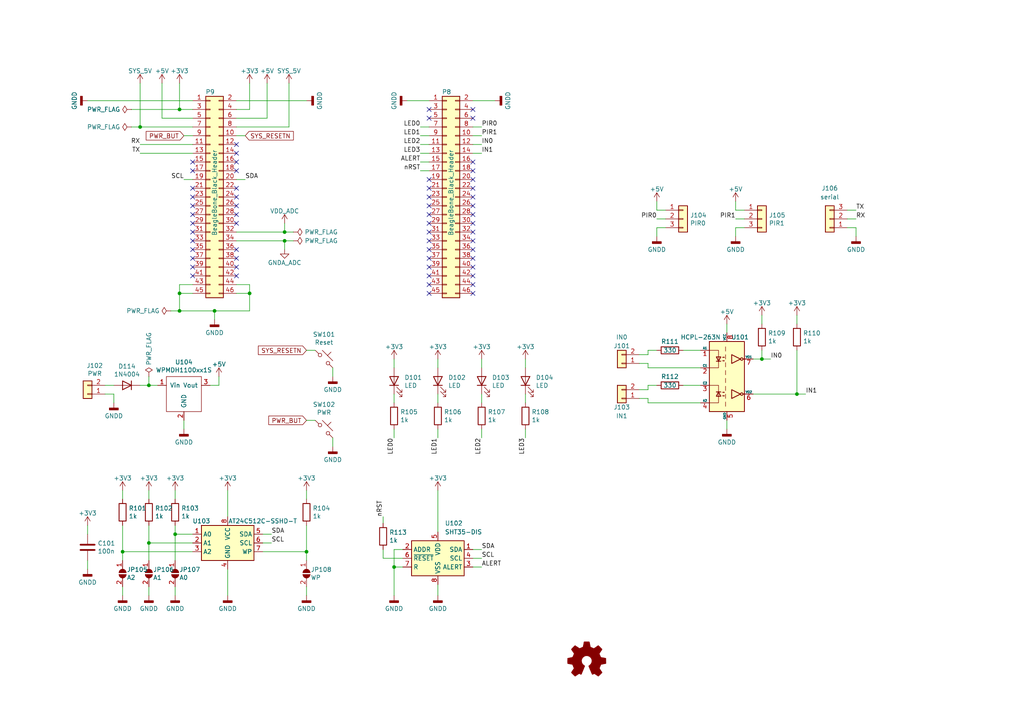
<source format=kicad_sch>
(kicad_sch (version 20211123) (generator eeschema)
  (paper "A4")
  (title_block (title "Air Condition Alarm Cape for Beaglebone Black") (date "2021-06-13") (rev "0.1") (company "Benedikt Spranger") (comment 1 "SPDX-License-Identifier: CERN-OHL-S-2.0") (comment 2 "https://ohwr.org/cern_ohl_s_v2.txt") (comment 3 "To view a copy of this license, visit ") (comment 4 "This work is licensed under the CERN-OHL-S v2"))
  (lib_symbols
    (symbol "Connector_Generic:Conn_01x02" (pin_names (offset 1.016) hide)
      (property "Reference" "J" (at 0 2.54 0))
      (property "Value" "Conn_01x02" (at 0 -5.08 0))
      (symbol "Conn_01x02_1_1"
        (pin passive line (at -5.08 0 0) (length 3.81) (name "Pin_1") (number "1"))
        (pin passive line (at -5.08 -2.54 0) (length 3.81) (name "Pin_2") (number "2"))
      )
    )
    (symbol "Connector_Generic:Conn_01x03" (pin_names (offset 1.016) hide)
      (property "Reference" "J" (at 0 5.08 0))
      (property "Value" "Conn_01x03" (at 0 -5.08 0))
      (symbol "Conn_01x03_1_1"
        (pin passive line (at -5.08 2.54 0) (length 3.81) (name "Pin_1") (number "1"))
        (pin passive line (at -5.08 0 0) (length 3.81) (name "Pin_2") (number "2"))
        (pin passive line (at -5.08 -2.54 0) (length 3.81) (name "Pin_3") (number "3"))
      )
    )
    (symbol "Connector_Generic:Conn_02x23_Odd_Even" (pin_names (offset 1.016) hide)
      (property "Reference" "J" (at 1.27 30.48 0))
      (property "Value" "Conn_02x23_Odd_Even" (at 1.27 -30.48 0))
      (symbol "Conn_02x23_Odd_Even_1_1"
        (pin passive line (at -5.08 27.94 0) (length 3.81) (name "Pin_1") (number "1"))
        (pin passive line (at 7.62 17.78 180) (length 3.81) (name "Pin_10") (number "10"))
        (pin passive line (at -5.08 15.24 0) (length 3.81) (name "Pin_11") (number "11"))
        (pin passive line (at 7.62 15.24 180) (length 3.81) (name "Pin_12") (number "12"))
        (pin passive line (at -5.08 12.7 0) (length 3.81) (name "Pin_13") (number "13"))
        (pin passive line (at 7.62 12.7 180) (length 3.81) (name "Pin_14") (number "14"))
        (pin passive line (at -5.08 10.16 0) (length 3.81) (name "Pin_15") (number "15"))
        (pin passive line (at 7.62 10.16 180) (length 3.81) (name "Pin_16") (number "16"))
        (pin passive line (at -5.08 7.62 0) (length 3.81) (name "Pin_17") (number "17"))
        (pin passive line (at 7.62 7.62 180) (length 3.81) (name "Pin_18") (number "18"))
        (pin passive line (at -5.08 5.08 0) (length 3.81) (name "Pin_19") (number "19"))
        (pin passive line (at 7.62 27.94 180) (length 3.81) (name "Pin_2") (number "2"))
        (pin passive line (at 7.62 5.08 180) (length 3.81) (name "Pin_20") (number "20"))
        (pin passive line (at -5.08 2.54 0) (length 3.81) (name "Pin_21") (number "21"))
        (pin passive line (at 7.62 2.54 180) (length 3.81) (name "Pin_22") (number "22"))
        (pin passive line (at -5.08 0 0) (length 3.81) (name "Pin_23") (number "23"))
        (pin passive line (at 7.62 0 180) (length 3.81) (name "Pin_24") (number "24"))
        (pin passive line (at -5.08 -2.54 0) (length 3.81) (name "Pin_25") (number "25"))
        (pin passive line (at 7.62 -2.54 180) (length 3.81) (name "Pin_26") (number "26"))
        (pin passive line (at -5.08 -5.08 0) (length 3.81) (name "Pin_27") (number "27"))
        (pin passive line (at 7.62 -5.08 180) (length 3.81) (name "Pin_28") (number "28"))
        (pin passive line (at -5.08 -7.62 0) (length 3.81) (name "Pin_29") (number "29"))
        (pin passive line (at -5.08 25.4 0) (length 3.81) (name "Pin_3") (number "3"))
        (pin passive line (at 7.62 -7.62 180) (length 3.81) (name "Pin_30") (number "30"))
        (pin passive line (at -5.08 -10.16 0) (length 3.81) (name "Pin_31") (number "31"))
        (pin passive line (at 7.62 -10.16 180) (length 3.81) (name "Pin_32") (number "32"))
        (pin passive line (at -5.08 -12.7 0) (length 3.81) (name "Pin_33") (number "33"))
        (pin passive line (at 7.62 -12.7 180) (length 3.81) (name "Pin_34") (number "34"))
        (pin passive line (at -5.08 -15.24 0) (length 3.81) (name "Pin_35") (number "35"))
        (pin passive line (at 7.62 -15.24 180) (length 3.81) (name "Pin_36") (number "36"))
        (pin passive line (at -5.08 -17.78 0) (length 3.81) (name "Pin_37") (number "37"))
        (pin passive line (at 7.62 -17.78 180) (length 3.81) (name "Pin_38") (number "38"))
        (pin passive line (at -5.08 -20.32 0) (length 3.81) (name "Pin_39") (number "39"))
        (pin passive line (at 7.62 25.4 180) (length 3.81) (name "Pin_4") (number "4"))
        (pin passive line (at 7.62 -20.32 180) (length 3.81) (name "Pin_40") (number "40"))
        (pin passive line (at -5.08 -22.86 0) (length 3.81) (name "Pin_41") (number "41"))
        (pin passive line (at 7.62 -22.86 180) (length 3.81) (name "Pin_42") (number "42"))
        (pin passive line (at -5.08 -25.4 0) (length 3.81) (name "Pin_43") (number "43"))
        (pin passive line (at 7.62 -25.4 180) (length 3.81) (name "Pin_44") (number "44"))
        (pin passive line (at -5.08 -27.94 0) (length 3.81) (name "Pin_45") (number "45"))
        (pin passive line (at 7.62 -27.94 180) (length 3.81) (name "Pin_46") (number "46"))
        (pin passive line (at -5.08 22.86 0) (length 3.81) (name "Pin_5") (number "5"))
        (pin passive line (at 7.62 22.86 180) (length 3.81) (name "Pin_6") (number "6"))
        (pin passive line (at -5.08 20.32 0) (length 3.81) (name "Pin_7") (number "7"))
        (pin passive line (at 7.62 20.32 180) (length 3.81) (name "Pin_8") (number "8"))
        (pin passive line (at -5.08 17.78 0) (length 3.81) (name "Pin_9") (number "9"))
      )
    )
    (symbol "Device:C" (pin_numbers hide) (pin_names (offset 0.254))
      (property "Reference" "C" (at 0.635 2.54 0))
      (property "Value" "C" (at 0.635 -2.54 0))
      (symbol "C_1_1"
        (pin passive line (at 0 3.81 270) (length 2.794) (name "~") (number "1"))
        (pin passive line (at 0 -3.81 90) (length 2.794) (name "~") (number "2"))
      )
    )
    (symbol "Device:LED" (pin_numbers hide) (pin_names (offset 1.016) hide)
      (property "Reference" "D" (at 0 2.54 0))
      (property "Value" "LED" (at 0 -2.54 0))
      (symbol "LED_1_1"
        (pin passive line (at -3.81 0 0) (length 2.54) (name "K") (number "1"))
        (pin passive line (at 3.81 0 180) (length 2.54) (name "A") (number "2"))
      )
    )
    (symbol "Device:R" (pin_numbers hide) (pin_names (offset 0))
      (property "Reference" "R" (at 2.032 0 90))
      (property "Value" "R" (at 0 0 90))
      (symbol "R_1_1"
        (pin passive line (at 0 3.81 270) (length 1.27) (name "~") (number "1"))
        (pin passive line (at 0 -3.81 90) (length 1.27) (name "~") (number "2"))
      )
    )
    (symbol "Diode:1N4004" (pin_numbers hide) (pin_names (offset 1.016) hide)
      (property "Reference" "D" (at 0 2.54 0))
      (property "Value" "1N4004" (at 0 -2.54 0))
      (symbol "1N4004_1_1"
        (pin passive line (at -3.81 0 0) (length 2.54) (name "K") (number "1"))
        (pin passive line (at 3.81 0 180) (length 2.54) (name "A") (number "2"))
      )
    )
    (symbol "Graphic:Logo_Open_Hardware_Small" (pin_names (offset 1.016)))
    (symbol "Isolator:HCPL-263N" (pin_names (offset 0))
      (property "Reference" "U" (at -4.064 11.43 0))
      (property "Value" "HCPL-263N" (at 7.62 11.43 0))
      (symbol "HCPL-263N_1_1"
        (pin passive line (at -7.62 7.62 0) (length 2.54) (name "A1") (number "1"))
        (pin passive line (at -7.62 2.54 0) (length 2.54) (name "C1") (number "2"))
        (pin passive line (at -7.62 -2.54 0) (length 2.54) (name "C2") (number "3"))
        (pin passive line (at -7.62 -7.62 0) (length 2.54) (name "A2") (number "4"))
        (pin power_in line (at 0 -12.7 90) (length 2.54) (name "GND") (number "5"))
        (pin open_collector line (at 7.62 -5.08 180) (length 2.54) (name "VO2") (number "6"))
        (pin open_collector line (at 7.62 5.08 180) (length 2.54) (name "VO1") (number "7"))
        (pin power_in line (at 0 12.7 270) (length 2.54) (name "VCC") (number "8"))
      )
    )
    (symbol "Jumper:SolderJumper_2_Open" (pin_names (offset 0) hide)
      (property "Reference" "JP" (at 0 2.032 0))
      (property "Value" "SolderJumper_2_Open" (at 0 -2.54 0))
      (symbol "SolderJumper_2_Open_1_1"
        (pin passive line (at -3.81 0 0) (length 2.54) (name "A") (number "1"))
        (pin passive line (at 3.81 0 180) (length 2.54) (name "B") (number "2"))
      )
    )
    (symbol "Memory_EEPROM:AT24CS64-SSHM"
      (property "Reference" "U" (at -7.62 6.35 0))
      (property "Value" "AT24CS64-SSHM" (at 2.54 -6.35 0))
      (symbol "AT24CS64-SSHM_1_1"
        (pin input line (at -10.16 2.54 0) (length 2.54) (name "A0") (number "1"))
        (pin input line (at -10.16 0 0) (length 2.54) (name "A1") (number "2"))
        (pin input line (at -10.16 -2.54 0) (length 2.54) (name "A2") (number "3"))
        (pin power_in line (at 0 -7.62 90) (length 2.54) (name "GND") (number "4"))
        (pin bidirectional line (at 10.16 2.54 180) (length 2.54) (name "SDA") (number "5"))
        (pin input line (at 10.16 0 180) (length 2.54) (name "SCL") (number "6"))
        (pin input line (at 10.16 -2.54 180) (length 2.54) (name "WP") (number "7"))
        (pin power_in line (at 0 7.62 270) (length 2.54) (name "VCC") (number "8"))
      )
    )
    (symbol "Sensor_Humidity:SHT35-DIS"
      (property "Reference" "U" (at -6.35 6.35 0))
      (property "Value" "SHT35-DIS" (at 6.35 6.35 0))
      (symbol "SHT35-DIS_1_1"
        (pin bidirectional line (at 10.16 2.54 180) (length 2.54) (name "SDA") (number "1"))
        (pin input line (at -10.16 2.54 0) (length 2.54) (name "ADDR") (number "2"))
        (pin output line (at 10.16 -2.54 180) (length 2.54) (name "ALERT") (number "3"))
        (pin input line (at 10.16 0 180) (length 2.54) (name "SCL") (number "4"))
        (pin power_in line (at 0 7.62 270) (length 2.54) (name "VDD") (number "5"))
        (pin input line (at -10.16 0 0) (length 2.54) (name "~{RESET}") (number "6"))
        (pin passive line (at -10.16 -2.54 0) (length 2.54) (name "R") (number "7"))
        (pin power_in line (at 0 -7.62 90) (length 2.54) (name "VSS") (number "8"))
        (pin passive line (at 0 -7.62 90) (length 2.54) hide (name "VSS") (number "9"))
      )
    )
    (symbol "Switch:SW_Push_45deg" (pin_numbers hide) (pin_names (offset 1.016) hide)
      (property "Reference" "SW" (at 3.048 1.016 0))
      (property "Value" "SW_Push_45deg" (at 0 -3.81 0))
      (symbol "SW_Push_45deg_0_1"
        (pin passive line (at -2.54 2.54 0) (length 0) (name "1") (number "1"))
        (pin passive line (at 2.54 -2.54 180) (length 0) (name "2") (number "2"))
      )
    )
    (symbol "WPMHD1100xx1S:WPMDH1100xx1S" (pin_names (offset 1.016))
      (property "Reference" "U" (at 0 8.89 0))
      (property "Value" "WPMDH1100xx1S" (at 0 6.35 0))
      (symbol "WPMDH1100xx1S_1_1"
        (pin power_in line (at -7.62 2.54 0) (length 2.54) (name "Vin") (number "1"))
        (pin power_in line (at 0 -7.62 90) (length 2.54) (name "GND") (number "2"))
        (pin power_out line (at 7.62 2.54 180) (length 2.54) (name "Vout") (number "3"))
      )
    )
    (symbol "power:+3.3V" (power) (pin_names (offset 0))
      (property "Value" "+3.3V" (at 0 3.556 0))
      (symbol "+3.3V_1_1"
        (pin power_in line (at 0 0 90) (length 0) hide (name "+3V3") (number "1"))
      )
    )
    (symbol "power:+5V" (power) (pin_names (offset 0))
      (property "Value" "+5V" (at 0 3.556 0))
      (symbol "+5V_1_1"
        (pin power_in line (at 0 0 90) (length 0) hide (name "+5V") (number "1"))
      )
    )
    (symbol "power:GNDD" (power) (pin_names (offset 0))
      (property "Value" "GNDD" (at 0 -3.175 0))
      (symbol "GNDD_1_1"
        (pin power_in line (at 0 0 270) (length 0) hide (name "GNDD") (number "1"))
      )
    )
    (symbol "power:PWR_FLAG" (power) (pin_numbers hide) (pin_names (offset 0) hide)
      (property "Value" "PWR_FLAG" (at 0 3.81 0))
      (symbol "PWR_FLAG_0_0"
        (pin power_out line (at 0 0 90) (length 0) (name "pwr") (number "1"))
      )
    )
    (symbol "pwr_BeagleBone:GNDA_ADC" (power) (pin_names (offset 0))
      (property "Value" "GNDA_ADC" (at 0 -3.81 0))
      (symbol "GNDA_ADC_1_1"
        (pin power_in line (at 0 0 270) (length 0) hide (name "GNDA_ADC") (number "1"))
      )
    )
    (symbol "pwr_BeagleBone:SYS_5V" (power) (pin_names (offset 0))
      (property "Value" "SYS_5V" (at 0 3.556 0))
      (symbol "SYS_5V_1_1"
        (pin power_in line (at 0 0 90) (length 0) hide (name "SYS_5V") (number "1"))
      )
    )
    (symbol "pwr_BeagleBone:VDD_ADC" (power) (pin_names (offset 0))
      (property "Value" "VDD_ADC" (at 0 3.556 0))
      (symbol "VDD_ADC_1_1"
        (pin power_in line (at 0 0 90) (length 0) hide (name "VDD_ADC") (number "1"))
      )
    )
  )
  (junction (at 35.56 160.02))
  (junction (at 43.18 157.48))
  (junction (at 220.98 104.14))
  (junction (at 82.55 69.85))
  (junction (at 52.07 90.17))
  (junction (at 231.14 114.3))
  (junction (at 43.18 111.76))
  (junction (at 114.3 164.465))
  (junction (at 52.07 31.75))
  (junction (at 52.07 85.09))
  (junction (at 88.9 160.02))
  (junction (at 72.39 85.09))
  (junction (at 62.23 90.17))
  (junction (at 40.64 36.83))
  (junction (at 82.55 67.31))
  (junction (at 50.8 154.94))
  (no_connect (at 68.58 57.15))
  (no_connect (at 137.16 64.77))
  (no_connect (at 124.46 80.01))
  (no_connect (at 124.46 57.15))
  (no_connect (at 124.46 77.47))
  (no_connect (at 124.46 74.93))
  (no_connect (at 55.88 74.93))
  (no_connect (at 55.88 67.31))
  (no_connect (at 124.46 54.61))
  (no_connect (at 124.46 62.23))
  (no_connect (at 124.46 69.85))
  (no_connect (at 68.58 62.23))
  (no_connect (at 137.16 49.53))
  (no_connect (at 137.16 77.47))
  (no_connect (at 55.88 57.15))
  (no_connect (at 137.16 34.29))
  (no_connect (at 137.16 54.61))
  (no_connect (at 55.88 72.39))
  (no_connect (at 137.16 62.23))
  (no_connect (at 137.16 57.15))
  (no_connect (at 124.46 72.39))
  (no_connect (at 55.88 46.99))
  (no_connect (at 55.88 59.69))
  (no_connect (at 68.58 74.93))
  (no_connect (at 55.88 49.53))
  (no_connect (at 137.16 85.09))
  (no_connect (at 68.58 64.77))
  (no_connect (at 124.46 64.77))
  (no_connect (at 68.58 54.61))
  (no_connect (at 55.88 77.47))
  (no_connect (at 55.88 62.23))
  (no_connect (at 137.16 52.07))
  (no_connect (at 55.88 80.01))
  (no_connect (at 68.58 49.53))
  (no_connect (at 137.16 82.55))
  (no_connect (at 55.88 54.61))
  (no_connect (at 124.46 67.31))
  (no_connect (at 68.58 72.39))
  (no_connect (at 68.58 59.69))
  (no_connect (at 68.58 46.99))
  (no_connect (at 124.46 52.07))
  (no_connect (at 55.88 69.85))
  (no_connect (at 124.46 82.55))
  (no_connect (at 137.16 69.85))
  (no_connect (at 137.16 67.31))
  (no_connect (at 137.16 74.93))
  (no_connect (at 55.88 64.77))
  (no_connect (at 68.58 77.47))
  (no_connect (at 124.46 59.69))
  (no_connect (at 124.46 85.09))
  (no_connect (at 137.16 46.99))
  (no_connect (at 137.16 80.01))
  (no_connect (at 68.58 41.91))
  (no_connect (at 124.46 31.75))
  (no_connect (at 68.58 44.45))
  (no_connect (at 68.58 80.01))
  (no_connect (at 137.16 72.39))
  (no_connect (at 137.16 31.75))
  (no_connect (at 124.46 34.29))
  (no_connect (at 137.16 59.69))
  (wire (pts (xy 185.42 113.03) (xy 187.96 113.03)))
  (wire (pts (xy 114.3 114.3) (xy 114.3 116.84)))
  (wire (pts (xy 66.04 142.24) (xy 66.04 149.86)))
  (wire (pts (xy 152.4 104.14) (xy 152.4 106.68)))
  (wire (pts (xy 68.58 29.21) (xy 88.9 29.21)))
  (wire (pts (xy 68.58 67.31) (xy 82.55 67.31)))
  (wire (pts (xy 213.36 66.04) (xy 213.36 68.58)))
  (wire (pts (xy 185.42 115.57) (xy 187.96 115.57)))
  (wire (pts (xy 52.07 31.75) (xy 38.1 31.75)))
  (wire (pts (xy 72.39 85.09) (xy 72.39 90.17)))
  (wire (pts (xy 96.52 127) (xy 96.52 129.54)))
  (wire (pts (xy 137.16 161.925) (xy 139.7 161.925)))
  (wire (pts (xy 52.07 82.55) (xy 55.88 82.55)))
  (wire (pts (xy 213.36 63.5) (xy 215.9 63.5)))
  (wire (pts (xy 43.18 170.18) (xy 43.18 172.72)))
  (wire (pts (xy 114.3 164.465) (xy 114.3 172.72)))
  (wire (pts (xy 88.9 142.24) (xy 88.9 144.78)))
  (wire (pts (xy 137.16 164.465) (xy 139.7 164.465)))
  (wire (pts (xy 121.92 44.45) (xy 124.46 44.45)))
  (wire (pts (xy 55.88 160.02) (xy 35.56 160.02)))
  (wire (pts (xy 114.3 104.14) (xy 114.3 106.68)))
  (wire (pts (xy 43.18 142.24) (xy 43.18 144.78)))
  (wire (pts (xy 218.44 104.14) (xy 220.98 104.14)))
  (wire (pts (xy 25.4 152.4) (xy 25.4 154.94)))
  (wire (pts (xy 62.23 90.17) (xy 52.07 90.17)))
  (wire (pts (xy 116.84 159.385) (xy 114.3 159.385)))
  (wire (pts (xy 55.88 85.09) (xy 52.07 85.09)))
  (wire (pts (xy 72.39 82.55) (xy 72.39 85.09)))
  (wire (pts (xy 55.88 36.83) (xy 40.64 36.83)))
  (wire (pts (xy 203.2 111.76) (xy 198.12 111.76)))
  (wire (pts (xy 127 142.24) (xy 127 154.305)))
  (wire (pts (xy 116.84 164.465) (xy 114.3 164.465)))
  (wire (pts (xy 139.7 114.3) (xy 139.7 116.84)))
  (wire (pts (xy 68.58 85.09) (xy 72.39 85.09)))
  (wire (pts (xy 245.745 60.96) (xy 248.285 60.96)))
  (wire (pts (xy 68.58 82.55) (xy 72.39 82.55)))
  (wire (pts (xy 40.64 41.91) (xy 55.88 41.91)))
  (wire (pts (xy 248.285 66.04) (xy 248.285 68.58)))
  (wire (pts (xy 190.5 63.5) (xy 193.04 63.5)))
  (wire (pts (xy 43.18 157.48) (xy 43.18 162.56)))
  (wire (pts (xy 137.16 29.21) (xy 143.51 29.21)))
  (wire (pts (xy 215.9 60.96) (xy 213.36 60.96)))
  (wire (pts (xy 43.18 111.76) (xy 45.72 111.76)))
  (wire (pts (xy 187.96 106.68) (xy 203.2 106.68)))
  (wire (pts (xy 68.58 69.85) (xy 82.55 69.85)))
  (wire (pts (xy 43.18 157.48) (xy 43.18 152.4)))
  (wire (pts (xy 215.9 66.04) (xy 213.36 66.04)))
  (wire (pts (xy 233.68 114.3) (xy 231.14 114.3)))
  (wire (pts (xy 60.96 111.76) (xy 63.5 111.76)))
  (wire (pts (xy 71.12 52.07) (xy 68.58 52.07)))
  (wire (pts (xy 190.5 60.96) (xy 190.5 58.42)))
  (wire (pts (xy 139.7 104.14) (xy 139.7 106.68)))
  (wire (pts (xy 231.14 91.44) (xy 231.14 93.98)))
  (wire (pts (xy 35.56 170.18) (xy 35.56 172.72)))
  (wire (pts (xy 40.64 44.45) (xy 55.88 44.45)))
  (wire (pts (xy 137.16 44.45) (xy 139.7 44.45)))
  (wire (pts (xy 193.04 60.96) (xy 190.5 60.96)))
  (wire (pts (xy 35.56 142.24) (xy 35.56 144.78)))
  (wire (pts (xy 218.44 114.3) (xy 231.14 114.3)))
  (wire (pts (xy 187.96 101.6) (xy 190.5 101.6)))
  (wire (pts (xy 116.84 161.925) (xy 111.125 161.925)))
  (wire (pts (xy 53.34 121.92) (xy 53.34 124.46)))
  (wire (pts (xy 187.96 111.76) (xy 190.5 111.76)))
  (wire (pts (xy 187.96 105.41) (xy 185.42 105.41)))
  (wire (pts (xy 72.39 31.75) (xy 72.39 24.13)))
  (wire (pts (xy 127 169.545) (xy 127 172.72)))
  (wire (pts (xy 50.8 154.94) (xy 50.8 162.56)))
  (wire (pts (xy 111.125 161.925) (xy 111.125 159.385)))
  (wire (pts (xy 50.8 170.18) (xy 50.8 172.72)))
  (wire (pts (xy 52.07 90.17) (xy 49.53 90.17)))
  (wire (pts (xy 77.47 34.29) (xy 77.47 24.13)))
  (wire (pts (xy 43.18 109.22) (xy 43.18 111.76)))
  (wire (pts (xy 121.92 46.99) (xy 124.46 46.99)))
  (wire (pts (xy 55.88 52.07) (xy 53.34 52.07)))
  (wire (pts (xy 82.55 67.31) (xy 82.55 64.77)))
  (wire (pts (xy 220.98 104.14) (xy 220.98 101.6)))
  (wire (pts (xy 190.5 66.04) (xy 190.5 68.58)))
  (wire (pts (xy 96.52 106.68) (xy 96.52 109.22)))
  (wire (pts (xy 121.92 41.91) (xy 124.46 41.91)))
  (wire (pts (xy 187.96 115.57) (xy 187.96 116.84)))
  (wire (pts (xy 127 114.3) (xy 127 116.84)))
  (wire (pts (xy 127 124.46) (xy 127 127)))
  (wire (pts (xy 114.3 159.385) (xy 114.3 164.465)))
  (wire (pts (xy 187.96 106.68) (xy 187.96 105.41)))
  (wire (pts (xy 68.58 39.37) (xy 71.12 39.37)))
  (wire (pts (xy 35.56 160.02) (xy 35.56 162.56)))
  (wire (pts (xy 72.39 90.17) (xy 62.23 90.17)))
  (wire (pts (xy 82.55 72.39) (xy 82.55 69.85)))
  (wire (pts (xy 88.9 170.18) (xy 88.9 172.72)))
  (wire (pts (xy 83.82 24.13) (xy 83.82 36.83)))
  (wire (pts (xy 88.9 101.6) (xy 91.44 101.6)))
  (wire (pts (xy 33.02 114.3) (xy 33.02 116.84)))
  (wire (pts (xy 121.92 39.37) (xy 124.46 39.37)))
  (wire (pts (xy 40.64 36.83) (xy 38.1 36.83)))
  (wire (pts (xy 231.14 114.3) (xy 231.14 101.6)))
  (wire (pts (xy 30.48 114.3) (xy 33.02 114.3)))
  (wire (pts (xy 85.09 67.31) (xy 82.55 67.31)))
  (wire (pts (xy 55.88 34.29) (xy 46.99 34.29)))
  (wire (pts (xy 137.16 36.83) (xy 139.7 36.83)))
  (wire (pts (xy 68.58 34.29) (xy 77.47 34.29)))
  (wire (pts (xy 50.8 152.4) (xy 50.8 154.94)))
  (wire (pts (xy 55.88 157.48) (xy 43.18 157.48)))
  (wire (pts (xy 198.12 101.6) (xy 203.2 101.6)))
  (wire (pts (xy 139.7 124.46) (xy 139.7 127)))
  (wire (pts (xy 187.96 116.84) (xy 203.2 116.84)))
  (wire (pts (xy 187.96 102.87) (xy 187.96 101.6)))
  (wire (pts (xy 40.64 111.76) (xy 43.18 111.76)))
  (wire (pts (xy 46.99 34.29) (xy 46.99 24.13)))
  (wire (pts (xy 52.07 90.17) (xy 52.07 85.09)))
  (wire (pts (xy 35.56 160.02) (xy 35.56 152.4)))
  (wire (pts (xy 187.96 113.03) (xy 187.96 111.76)))
  (wire (pts (xy 210.82 93.98) (xy 210.82 96.52)))
  (wire (pts (xy 88.9 160.02) (xy 88.9 152.4)))
  (wire (pts (xy 185.42 102.87) (xy 187.96 102.87)))
  (wire (pts (xy 25.4 162.56) (xy 25.4 165.1)))
  (wire (pts (xy 152.4 114.3) (xy 152.4 116.84)))
  (wire (pts (xy 68.58 31.75) (xy 72.39 31.75)))
  (wire (pts (xy 213.36 60.96) (xy 213.36 58.42)))
  (wire (pts (xy 78.74 154.94) (xy 76.2 154.94)))
  (wire (pts (xy 121.92 36.83) (xy 124.46 36.83)))
  (wire (pts (xy 66.04 165.1) (xy 66.04 172.72)))
  (wire (pts (xy 223.52 104.14) (xy 220.98 104.14)))
  (wire (pts (xy 55.88 31.75) (xy 52.07 31.75)))
  (wire (pts (xy 76.2 160.02) (xy 88.9 160.02)))
  (wire (pts (xy 52.07 31.75) (xy 52.07 24.13)))
  (wire (pts (xy 121.92 49.53) (xy 124.46 49.53)))
  (wire (pts (xy 52.07 85.09) (xy 52.07 82.55)))
  (wire (pts (xy 50.8 154.94) (xy 55.88 154.94)))
  (wire (pts (xy 25.4 29.21) (xy 55.88 29.21)))
  (wire (pts (xy 82.55 69.85) (xy 85.09 69.85)))
  (wire (pts (xy 83.82 36.83) (xy 68.58 36.83)))
  (wire (pts (xy 118.11 29.21) (xy 124.46 29.21)))
  (wire (pts (xy 88.9 121.92) (xy 91.44 121.92)))
  (wire (pts (xy 50.8 142.24) (xy 50.8 144.78)))
  (wire (pts (xy 40.64 36.83) (xy 40.64 24.13)))
  (wire (pts (xy 137.16 41.91) (xy 139.7 41.91)))
  (wire (pts (xy 193.04 66.04) (xy 190.5 66.04)))
  (wire (pts (xy 245.745 63.5) (xy 248.285 63.5)))
  (wire (pts (xy 137.16 39.37) (xy 139.7 39.37)))
  (wire (pts (xy 127 104.14) (xy 127 106.68)))
  (wire (pts (xy 210.82 121.92) (xy 210.82 124.46)))
  (wire (pts (xy 88.9 160.02) (xy 88.9 162.56)))
  (wire (pts (xy 30.48 111.76) (xy 33.02 111.76)))
  (wire (pts (xy 114.3 124.46) (xy 114.3 127)))
  (wire (pts (xy 78.74 157.48) (xy 76.2 157.48)))
  (wire (pts (xy 245.745 66.04) (xy 248.285 66.04)))
  (wire (pts (xy 55.88 39.37) (xy 53.34 39.37)))
  (wire (pts (xy 220.98 91.44) (xy 220.98 93.98)))
  (wire (pts (xy 111.125 149.86) (xy 111.125 151.765)))
  (wire (pts (xy 137.16 159.385) (xy 139.7 159.385)))
  (wire (pts (xy 62.23 92.71) (xy 62.23 90.17)))
  (wire (pts (xy 63.5 111.76) (xy 63.5 109.22)))
  (wire (pts (xy 152.4 124.46) (xy 152.4 127)))
  (label "IN1" (at 139.7 44.45 0))
  (label "SCL" (at 53.34 52.07 180))
  (label "LED1" (at 127 127 270))
  (label "RX" (at 40.64 41.91 180))
  (label "LED2" (at 139.7 127 270))
  (label "SDA" (at 78.74 154.94 0))
  (label "SDA" (at 71.12 52.07 0))
  (label "IN1" (at 233.68 114.3 0))
  (label "TX" (at 248.285 60.96 0))
  (label "LED0" (at 121.92 36.83 180))
  (label "PIR0" (at 190.5 63.5 180))
  (label "ALERT" (at 121.92 46.99 180))
  (label "LED1" (at 121.92 39.37 180))
  (label "PIR1" (at 139.7 39.37 0))
  (label "ALERT" (at 139.7 164.465 0))
  (label "IN0" (at 223.52 104.14 0))
  (label "SCL" (at 139.7 161.925 0))
  (label "SDA" (at 139.7 159.385 0))
  (label "TX" (at 40.64 44.45 180))
  (label "LED3" (at 121.92 44.45 180))
  (label "nRST" (at 111.125 149.86 90))
  (label "PIR1" (at 213.36 63.5 180))
  (label "RX" (at 248.285 63.5 0))
  (label "IN0" (at 139.7 41.91 0))
  (label "PIR0" (at 139.7 36.83 0))
  (label "SCL" (at 78.74 157.48 0))
  (label "LED0" (at 114.3 127 270))
  (label "LED2" (at 121.92 41.91 180))
  (label "LED3" (at 152.4 127 270))
  (label "nRST" (at 121.92 49.53 180))
  (global_label "PWR_BUT" (shape input) (at 88.9 121.92 180) (property "Intersheet References" "${INTERSHEET_REFS}" (effects hide)))
  (global_label "PWR_BUT" (shape input) (at 53.34 39.37 180) (property "Intersheet References" "${INTERSHEET_REFS}" (effects hide)))
  (global_label "SYS_RESETN" (shape input) (at 88.9 101.6 180) (property "Intersheet References" "${INTERSHEET_REFS}" (effects hide)))
  (global_label "SYS_RESETN" (shape input) (at 71.12 39.37 0) (property "Intersheet References" "${INTERSHEET_REFS}" (effects hide)))
  (symbol (lib_id "power:GNDD") (at 62.23 92.71 0) (unit 1)
    (property "Reference" "#PWR?" (effects hide))
    (property "Value" "GNDD" (at 62.23 96.52 0))
  )
  (symbol (lib_id "power:GNDD") (at 88.9 29.21 90) (unit 1)
    (property "Reference" "#PWR?" (effects hide))
    (property "Value" "GNDD" (at 92.71 29.21 0))
  )
  (symbol (lib_id "power:GNDD") (at 25.4 29.21 270) (unit 1)
    (property "Reference" "#PWR?" (effects hide))
    (property "Value" "GNDD" (at 21.59 29.21 0))
  )
  (symbol (lib_id "power:GNDD") (at 118.11 29.21 270) (unit 1)
    (property "Reference" "#PWR?" (effects hide))
    (property "Value" "GNDD" (at 114.3 29.21 0))
  )
  (symbol (lib_id "power:GNDD") (at 143.51 29.21 90) (unit 1)
    (property "Reference" "#PWR?" (effects hide))
    (property "Value" "GNDD" (at 147.32 29.21 0))
  )
  (symbol (lib_id "power:+3.3V") (at 72.39 24.13 0) (unit 1)
    (property "Reference" "#PWR?" (effects hide))
    (property "Value" "+3V3" (at 72.39 20.574 0))
  )
  (symbol (lib_id "power:+5V") (at 77.47 24.13 0) (unit 1)
    (property "Reference" "#PWR?" (effects hide))
    (property "Value" "+5V" (at 77.47 20.574 0))
  )
  (symbol (lib_id "power:+3.3V") (at 52.07 24.13 0) (unit 1)
    (property "Reference" "#PWR?" (effects hide))
    (property "Value" "+3V3" (at 52.07 20.574 0))
  )
  (symbol (lib_id "power:+5V") (at 46.99 24.13 0) (unit 1)
    (property "Reference" "#PWR?" (effects hide))
    (property "Value" "+5V" (at 46.99 20.574 0))
  )
  (symbol (lib_id "pwr_BeagleBone:SYS_5V") (at 83.82 24.13 0) (unit 1)
    (property "Reference" "#PWR?" (effects hide))
    (property "Value" "SYS_5V" (at 83.82 20.574 0))
  )
  (symbol (lib_id "pwr_BeagleBone:SYS_5V") (at 40.64 24.13 0) (unit 1)
    (property "Reference" "#PWR?" (effects hide))
    (property "Value" "SYS_5V" (at 40.64 20.574 0))
  )
  (symbol (lib_id "pwr_BeagleBone:VDD_ADC") (at 82.55 64.77 0) (unit 1)
    (property "Reference" "#PWR?" (effects hide))
    (property "Value" "VDD_ADC" (at 82.55 61.214 0))
  )
  (symbol (lib_id "pwr_BeagleBone:GNDA_ADC") (at 82.55 72.39 0) (unit 1)
    (property "Reference" "#PWR?" (effects hide))
    (property "Value" "GNDA_ADC" (at 82.55 76.2 0))
  )
  (symbol (lib_id "Connector_Generic:Conn_02x23_Odd_Even") (at 60.96 57.15 0) (unit 1)
    (property "Reference" "P9" (at 60.96 26.67 0))
    (property "Value" "BeagleBone_Black_Header" (at 62.23 55.88 90))
    (property "Footprint" "Socket_BeagleBone_Black:Socket_BeagleBone_Black" (effects hide))
    (property "assemble" "n" (effects hide))
  )
  (symbol (lib_id "Connector_Generic:Conn_02x23_Odd_Even") (at 129.54 57.15 0) (unit 1)
    (property "Reference" "P8" (at 129.54 26.67 0))
    (property "Value" "BeagleBone_Black_Header" (at 130.81 55.88 90))
    (property "Footprint" "Socket_BeagleBone_Black:Socket_BeagleBone_Black" (effects hide))
    (property "assemble" "n" (effects hide))
  )
  (symbol (lib_id "Switch:SW_Push_45deg") (at 93.98 124.46 0) (unit 1)
    (property "Reference" "SW102" (at 93.98 117.3226 0))
    (property "Value" "PWR" (at 93.98 119.634 0))
    (property "Footprint" "Button_Switch_THT:SW_PUSH_6mm" (effects hide))
    (property "assemble" "n" (effects hide))
  )
  (symbol (lib_id "Switch:SW_Push_45deg") (at 93.98 104.14 0) (unit 1)
    (property "Reference" "SW101" (at 93.98 97.0026 0))
    (property "Value" "Reset" (at 93.98 99.314 0))
    (property "Footprint" "Button_Switch_THT:SW_PUSH_6mm" (effects hide))
    (property "assemble" "n" (effects hide))
  )
  (symbol (lib_id "power:GNDD") (at 96.52 109.22 0) (unit 1)
    (property "Reference" "#PWR?" (effects hide))
    (property "Value" "GNDD" (at 96.52 113.03 0))
  )
  (symbol (lib_id "power:GNDD") (at 96.52 129.54 0) (unit 1)
    (property "Reference" "#PWR?" (effects hide))
    (property "Value" "GNDD" (at 96.52 133.35 0))
  )
  (symbol (lib_id "Memory_EEPROM:AT24CS64-SSHM") (at 66.04 157.48 0) (unit 1)
    (property "Reference" "U103" (at 58.42 151.13 0))
    (property "Value" "AT24C512C-SSHD-T" (at 76.2 151.13 0))
    (property "Footprint" "Package_SO:SOIC-8_3.9x4.9mm_P1.27mm" (effects hide))
    (property "Datasheet" "http://ww1.microchip.com/downloads/en/DeviceDoc/Atmel-8870-SEEPROM-AT24CS64-Datasheet.pdf" (effects hide))
    (property "Manufacture" "Microchip Tech" (effects hide))
    (property "LCSC" "C6482" (effects hide))
    (property "ManuPart#" "AT24C256C-SSHL-T" (effects hide))
    (property "assemble" "y" (effects hide))
  )
  (symbol (lib_id "power:+3.3V") (at 66.04 142.24 0) (unit 1)
    (property "Reference" "#PWR?" (effects hide))
    (property "Value" "+3V3" (at 66.04 138.684 0))
  )
  (symbol (lib_id "power:GNDD") (at 66.04 172.72 0) (unit 1)
    (property "Reference" "#PWR?" (effects hide))
    (property "Value" "GNDD" (at 66.04 176.53 0))
  )
  (symbol (lib_id "Device:R") (at 50.8 148.59 0) (unit 1)
    (property "Reference" "R103" (at 52.578 147.4216 0) (effects (justify left)))
    (property "Value" "1k" (at 52.578 149.733 0) (effects (justify left)))
    (property "Footprint" "Resistor_SMD:R_0402_1005Metric" (effects hide))
    (property "LCSC" "C11702" (effects hide))
    (property "ManuPart#" "0402WGF1001TCE" (effects hide))
    (property "Manufacture" "UNI-ROYAL(Uniroyal Elec)" (effects hide))
    (property "assemble" "y" (effects hide))
  )
  (symbol (lib_id "Device:R") (at 43.18 148.59 0) (unit 1)
    (property "Reference" "R102" (at 44.958 147.4216 0) (effects (justify left)))
    (property "Value" "1k" (at 44.958 149.733 0) (effects (justify left)))
    (property "Footprint" "Resistor_SMD:R_0402_1005Metric" (effects hide))
    (property "LCSC" "C11702" (effects hide))
    (property "ManuPart#" "0402WGF1001TCE" (effects hide))
    (property "Manufacture" "UNI-ROYAL(Uniroyal Elec)" (effects hide))
    (property "assemble" "y" (effects hide))
  )
  (symbol (lib_id "Device:R") (at 35.56 148.59 0) (unit 1)
    (property "Reference" "R101" (at 37.338 147.4216 0) (effects (justify left)))
    (property "Value" "1k" (at 37.338 149.733 0) (effects (justify left)))
    (property "Footprint" "Resistor_SMD:R_0402_1005Metric" (effects hide))
    (property "LCSC" "C11702" (effects hide))
    (property "ManuPart#" "0402WGF1001TCE" (effects hide))
    (property "Manufacture" "UNI-ROYAL(Uniroyal Elec)" (effects hide))
    (property "assemble" "y" (effects hide))
  )
  (symbol (lib_id "power:+3.3V") (at 35.56 142.24 0) (unit 1)
    (property "Reference" "#PWR?" (effects hide))
    (property "Value" "+3V3" (at 35.56 138.684 0))
  )
  (symbol (lib_id "power:+3.3V") (at 43.18 142.24 0) (unit 1)
    (property "Reference" "#PWR?" (effects hide))
    (property "Value" "+3V3" (at 43.18 138.684 0))
  )
  (symbol (lib_id "power:+3.3V") (at 50.8 142.24 0) (unit 1)
    (property "Reference" "#PWR?" (effects hide))
    (property "Value" "+3V3" (at 50.8 138.684 0))
  )
  (symbol (lib_id "Device:R") (at 88.9 148.59 0) (unit 1)
    (property "Reference" "R104" (at 90.678 147.4216 0) (effects (justify left)))
    (property "Value" "1k" (at 90.678 149.733 0) (effects (justify left)))
    (property "Footprint" "Resistor_SMD:R_0402_1005Metric" (effects hide))
    (property "LCSC" "C11702" (effects hide))
    (property "ManuPart#" "0402WGF1001TCE" (effects hide))
    (property "Manufacture" "UNI-ROYAL(Uniroyal Elec)" (effects hide))
    (property "assemble" "y" (effects hide))
  )
  (symbol (lib_id "power:+3.3V") (at 88.9 142.24 0) (unit 1)
    (property "Reference" "#PWR?" (effects hide))
    (property "Value" "+3V3" (at 88.9 138.684 0))
  )
  (symbol (lib_id "Jumper:SolderJumper_2_Open") (at 50.8 166.37 270) (unit 1)
    (property "Reference" "JP107" (at 52.0192 165.2016 90) (effects (justify left)))
    (property "Value" "A0" (at 52.0192 167.513 90) (effects (justify left)))
    (property "Footprint" "Jumper:SolderJumper-2_P1.3mm_Open_RoundedPad1.0x1.5mm" (effects hide))
    (property "assemble" "n" (effects hide))
  )
  (symbol (lib_id "Jumper:SolderJumper_2_Open") (at 43.18 166.37 270) (unit 1)
    (property "Reference" "JP106" (at 44.3992 165.2016 90) (effects (justify left)))
    (property "Value" "A1" (at 44.3992 167.513 90) (effects (justify left)))
    (property "Footprint" "Jumper:SolderJumper-2_P1.3mm_Open_RoundedPad1.0x1.5mm" (effects hide))
    (property "assemble" "n" (effects hide))
  )
  (symbol (lib_id "Jumper:SolderJumper_2_Open") (at 35.56 166.37 270) (unit 1)
    (property "Reference" "JP105" (at 36.7792 165.2016 90) (effects (justify left)))
    (property "Value" "A2" (at 36.7792 167.513 90) (effects (justify left)))
    (property "Footprint" "Jumper:SolderJumper-2_P1.3mm_Open_RoundedPad1.0x1.5mm" (effects hide))
    (property "assemble" "n" (effects hide))
  )
  (symbol (lib_id "Jumper:SolderJumper_2_Open") (at 88.9 166.37 270) (unit 1)
    (property "Reference" "JP108" (at 90.1192 165.2016 90) (effects (justify left)))
    (property "Value" "WP" (at 90.1192 167.513 90) (effects (justify left)))
    (property "Footprint" "Jumper:SolderJumper-2_P1.3mm_Open_RoundedPad1.0x1.5mm" (effects hide))
    (property "assemble" "n" (effects hide))
  )
  (symbol (lib_id "power:GNDD") (at 50.8 172.72 0) (unit 1)
    (property "Reference" "#PWR?" (effects hide))
    (property "Value" "GNDD" (at 50.8 176.53 0))
  )
  (symbol (lib_id "power:GNDD") (at 43.18 172.72 0) (unit 1)
    (property "Reference" "#PWR?" (effects hide))
    (property "Value" "GNDD" (at 43.18 176.53 0))
  )
  (symbol (lib_id "power:GNDD") (at 35.56 172.72 0) (unit 1)
    (property "Reference" "#PWR?" (effects hide))
    (property "Value" "GNDD" (at 35.56 176.53 0))
  )
  (symbol (lib_id "power:GNDD") (at 88.9 172.72 0) (unit 1)
    (property "Reference" "#PWR?" (effects hide))
    (property "Value" "GNDD" (at 88.9 176.53 0))
  )
  (symbol (lib_id "power:PWR_FLAG") (at 43.18 109.22 0) (unit 1)
    (property "Reference" "#FLG?" (effects hide))
    (property "Value" "PWR_FLAG" (at 43.18 105.9942 90) (effects (justify left)))
  )
  (symbol (lib_id "Graphic:Logo_Open_Hardware_Small") (at 170.18 191.77 0) (unit 1)
    (property "Reference" "#LOGO101" (effects hide))
    (property "Value" "Logo_Open_Hardware_Small" (effects hide))
  )
  (symbol (lib_id "power:+3.3V") (at 25.4 152.4 0) (unit 1)
    (property "Reference" "#PWR?" (effects hide))
    (property "Value" "+3V3" (at 25.4 148.844 0))
  )
  (symbol (lib_id "power:GNDD") (at 25.4 165.1 0) (unit 1)
    (property "Reference" "#PWR?" (effects hide))
    (property "Value" "GNDD" (at 25.4 168.91 0))
  )
  (symbol (lib_id "Device:C") (at 25.4 158.75 0) (unit 1)
    (property "Reference" "C101" (at 28.321 157.5816 0) (effects (justify left)))
    (property "Value" "100n" (at 28.321 159.893 0) (effects (justify left)))
    (property "Footprint" "Capacitor_SMD:C_0402_1005Metric" (effects hide))
    (property "LCSC" "C1525" (effects hide))
    (property "ManuPart#" "CL05B104KO5NNNC" (effects hide))
    (property "Manufacture" "Samsung Electro-Mechanics" (effects hide))
    (property "assemble" "y" (effects hide))
  )
  (symbol (lib_id "power:PWR_FLAG") (at 85.09 67.31 270) (unit 1)
    (property "Reference" "#FLG?" (effects hide))
    (property "Value" "PWR_FLAG" (at 88.3412 67.31 90) (effects (justify left)))
  )
  (symbol (lib_id "power:PWR_FLAG") (at 38.1 36.83 90) (unit 1)
    (property "Reference" "#FLG?" (effects hide))
    (property "Value" "PWR_FLAG" (at 34.8742 36.83 90) (effects (justify left)))
  )
  (symbol (lib_id "power:PWR_FLAG") (at 85.09 69.85 270) (unit 1)
    (property "Reference" "#FLG?" (effects hide))
    (property "Value" "PWR_FLAG" (at 88.3412 69.85 90) (effects (justify left)))
  )
  (symbol (lib_id "power:PWR_FLAG") (at 49.53 90.17 90) (unit 1)
    (property "Reference" "#FLG?" (effects hide))
    (property "Value" "PWR_FLAG" (at 46.3042 90.17 90) (effects (justify left)))
  )
  (symbol (lib_id "power:PWR_FLAG") (at 38.1 31.75 90) (unit 1)
    (property "Reference" "#FLG?" (effects hide))
    (property "Value" "PWR_FLAG" (at 34.8742 31.75 90) (effects (justify left)))
  )
  (symbol (lib_id "Device:R") (at 220.98 97.79 0) (unit 1)
    (property "Reference" "R109" (at 222.758 96.6216 0) (effects (justify left)))
    (property "Value" "1k" (at 222.758 98.933 0) (effects (justify left)))
    (property "Footprint" "Resistor_THT:R_Axial_DIN0207_L6.3mm_D2.5mm_P7.62mm_Horizontal" (effects hide))
    (property "assemble" "n" (effects hide))
  )
  (symbol (lib_id "Device:R") (at 231.14 97.79 0) (unit 1)
    (property "Reference" "R110" (at 232.918 96.6216 0) (effects (justify left)))
    (property "Value" "1k" (at 232.918 98.933 0) (effects (justify left)))
    (property "Footprint" "Resistor_THT:R_Axial_DIN0207_L6.3mm_D2.5mm_P7.62mm_Horizontal" (effects hide))
    (property "assemble" "n" (effects hide))
  )
  (symbol (lib_id "power:+3.3V") (at 220.98 91.44 0) (unit 1)
    (property "Reference" "#PWR?" (effects hide))
    (property "Value" "+3V3" (at 220.98 87.884 0))
  )
  (symbol (lib_id "power:+3.3V") (at 231.14 91.44 0) (unit 1)
    (property "Reference" "#PWR?" (effects hide))
    (property "Value" "+3V3" (at 231.14 87.884 0))
  )
  (symbol (lib_id "Device:R") (at 114.3 120.65 0) (unit 1)
    (property "Reference" "R105" (at 116.078 119.4816 0) (effects (justify left)))
    (property "Value" "1k" (at 116.078 121.793 0) (effects (justify left)))
    (property "Footprint" "Resistor_THT:R_Axial_DIN0207_L6.3mm_D2.5mm_P7.62mm_Horizontal" (effects hide))
    (property "assemble" "n" (effects hide))
  )
  (symbol (lib_id "Device:LED") (at 114.3 110.49 90) (unit 1)
    (property "Reference" "D101" (at 117.2972 109.4994 90) (effects (justify right)))
    (property "Value" "LED" (at 117.2972 111.8108 90) (effects (justify right)))
    (property "Footprint" "LED_THT:LED_D3.0mm" (effects hide))
    (property "LCSC" "C2286" (effects hide))
    (property "ManuPart#" "KT-0603R" (effects hide))
    (property "Manufacture" "Hubei KENTO Elec" (effects hide))
    (property "assemble" "y" (effects hide))
  )
  (symbol (lib_id "power:+3.3V") (at 114.3 104.14 0) (unit 1)
    (property "Reference" "#PWR?" (effects hide))
    (property "Value" "+3V3" (at 114.3 100.584 0))
  )
  (symbol (lib_id "power:+3.3V") (at 127 104.14 0) (unit 1)
    (property "Reference" "#PWR?" (effects hide))
    (property "Value" "+3V3" (at 127 100.584 0))
  )
  (symbol (lib_id "Device:R") (at 194.31 101.6 270) (unit 1)
    (property "Reference" "R111" (at 194.31 99.06 90))
    (property "Value" "330" (at 194.31 101.6 90))
    (property "Footprint" "Resistor_THT:R_Axial_DIN0207_L6.3mm_D2.5mm_P7.62mm_Horizontal" (effects hide))
    (property "assemble" "n" (effects hide))
  )
  (symbol (lib_id "power:+5V") (at 210.82 93.98 0) (unit 1)
    (property "Reference" "#PWR?" (effects hide))
    (property "Value" "+5V" (at 210.82 90.424 0))
  )
  (symbol (lib_id "Device:R") (at 194.31 111.76 270) (unit 1)
    (property "Reference" "R112" (at 194.31 109.22 90))
    (property "Value" "330" (at 194.31 111.76 90))
    (property "Footprint" "Resistor_THT:R_Axial_DIN0207_L6.3mm_D2.5mm_P7.62mm_Horizontal" (effects hide))
    (property "assemble" "n" (effects hide))
  )
  (symbol (lib_id "power:+3.3V") (at 139.7 104.14 0) (unit 1)
    (property "Reference" "#PWR?" (effects hide))
    (property "Value" "+3V3" (at 139.7 100.584 0))
  )
  (symbol (lib_id "power:+3.3V") (at 152.4 104.14 0) (unit 1)
    (property "Reference" "#PWR?" (effects hide))
    (property "Value" "+3V3" (at 152.4 100.584 0))
  )
  (symbol (lib_id "Connector_Generic:Conn_01x02") (at 180.34 105.41 180) (unit 1)
    (property "Reference" "J101" (at 180.34 100.33 0))
    (property "Value" "IN0" (at 180.34 97.79 0))
    (property "Footprint" "TerminalBlock_WAGO:TerminalBlock_WAGO_236-102_1x02_P5.00mm_45Degree" (effects hide))
    (property "assemble" "n" (effects hide))
  )
  (symbol (lib_id "Connector_Generic:Conn_01x02") (at 180.34 115.57 180) (unit 1)
    (property "Reference" "J103" (at 180.34 118.11 0))
    (property "Value" "IN1" (at 180.34 120.65 0))
    (property "Footprint" "TerminalBlock_WAGO:TerminalBlock_WAGO_236-102_1x02_P5.00mm_45Degree" (effects hide))
    (property "assemble" "n" (effects hide))
  )
  (symbol (lib_id "Device:R") (at 127 120.65 0) (unit 1)
    (property "Reference" "R106" (at 128.778 119.4816 0) (effects (justify left)))
    (property "Value" "1k" (at 128.778 121.793 0) (effects (justify left)))
    (property "Footprint" "Resistor_THT:R_Axial_DIN0207_L6.3mm_D2.5mm_P7.62mm_Horizontal" (effects hide))
    (property "assemble" "n" (effects hide))
  )
  (symbol (lib_id "Device:R") (at 139.7 120.65 0) (unit 1)
    (property "Reference" "R107" (at 141.478 119.4816 0) (effects (justify left)))
    (property "Value" "1k" (at 141.478 121.793 0) (effects (justify left)))
    (property "Footprint" "Resistor_THT:R_Axial_DIN0207_L6.3mm_D2.5mm_P7.62mm_Horizontal" (effects hide))
    (property "assemble" "n" (effects hide))
  )
  (symbol (lib_id "Device:R") (at 152.4 120.65 0) (unit 1)
    (property "Reference" "R108" (at 154.178 119.4816 0) (effects (justify left)))
    (property "Value" "1k" (at 154.178 121.793 0) (effects (justify left)))
    (property "Footprint" "Resistor_THT:R_Axial_DIN0207_L6.3mm_D2.5mm_P7.62mm_Horizontal" (effects hide))
    (property "assemble" "n" (effects hide))
  )
  (symbol (lib_id "Device:LED") (at 127 110.49 90) (unit 1)
    (property "Reference" "D102" (at 129.9972 109.4994 90) (effects (justify right)))
    (property "Value" "LED" (at 129.9972 111.8108 90) (effects (justify right)))
    (property "Footprint" "LED_THT:LED_D3.0mm" (effects hide))
    (property "LCSC" "C2286" (effects hide))
    (property "ManuPart#" "KT-0603R" (effects hide))
    (property "Manufacture" "Hubei KENTO Elec" (effects hide))
    (property "assemble" "y" (effects hide))
  )
  (symbol (lib_id "Device:LED") (at 139.7 110.49 90) (unit 1)
    (property "Reference" "D103" (at 142.6972 109.4994 90) (effects (justify right)))
    (property "Value" "LED" (at 142.6972 111.8108 90) (effects (justify right)))
    (property "Footprint" "LED_THT:LED_D3.0mm" (effects hide))
    (property "LCSC" "C2286" (effects hide))
    (property "ManuPart#" "KT-0603R" (effects hide))
    (property "Manufacture" "Hubei KENTO Elec" (effects hide))
    (property "assemble" "y" (effects hide))
  )
  (symbol (lib_id "Device:LED") (at 152.4 110.49 90) (unit 1)
    (property "Reference" "D104" (at 155.3972 109.4994 90) (effects (justify right)))
    (property "Value" "LED" (at 155.3972 111.8108 90) (effects (justify right)))
    (property "Footprint" "LED_THT:LED_D3.0mm" (effects hide))
    (property "LCSC" "C2286" (effects hide))
    (property "ManuPart#" "KT-0603R" (effects hide))
    (property "Manufacture" "Hubei KENTO Elec" (effects hide))
    (property "assemble" "y" (effects hide))
  )
  (symbol (lib_id "Isolator:HCPL-263N") (at 210.82 109.22 0) (unit 1)
    (property "Reference" "U101" (at 214.63 97.79 0))
    (property "Value" "HCPL-263N" (at 203.2 97.79 0))
    (property "Footprint" "Package_DIP:DIP-8_W7.62mm" (effects hide))
    (property "Datasheet" "http://docs.avagotech.com/docs/AV02-0391EN" (effects hide))
    (property "assemble" "n" (effects hide))
  )
  (symbol (lib_id "Connector_Generic:Conn_01x03") (at 220.98 63.5 0) (unit 1)
    (property "Reference" "J105" (at 223.012 62.4332 0) (effects (justify left)))
    (property "Value" "PIR1" (at 223.012 64.7446 0) (effects (justify left)))
    (property "Footprint" "TerminalBlock_Phoenix:TerminalBlock_Phoenix_MPT-0,5-3-2.54_1x03_P2.54mm_Horizontal" (effects hide))
    (property "assemble" "n" (effects hide))
  )
  (symbol (lib_id "power:+5V") (at 213.36 58.42 0) (unit 1)
    (property "Reference" "#PWR?" (effects hide))
    (property "Value" "+5V" (at 213.36 54.864 0))
  )
  (symbol (lib_id "power:GNDD") (at 210.82 124.46 0) (unit 1)
    (property "Reference" "#PWR?" (effects hide))
    (property "Value" "GNDD" (at 210.82 128.27 0))
  )
  (symbol (lib_id "power:GNDD") (at 213.36 68.58 0) (unit 1)
    (property "Reference" "#PWR?" (effects hide))
    (property "Value" "GNDD" (at 213.36 72.39 0))
  )
  (symbol (lib_id "Connector_Generic:Conn_01x03") (at 198.12 63.5 0) (unit 1)
    (property "Reference" "J104" (at 200.152 62.4332 0) (effects (justify left)))
    (property "Value" "PIR0" (at 200.152 64.7446 0) (effects (justify left)))
    (property "Footprint" "TerminalBlock_Phoenix:TerminalBlock_Phoenix_MPT-0,5-3-2.54_1x03_P2.54mm_Horizontal" (effects hide))
    (property "assemble" "n" (effects hide))
  )
  (symbol (lib_id "power:+5V") (at 190.5 58.42 0) (unit 1)
    (property "Reference" "#PWR?" (effects hide))
    (property "Value" "+5V" (at 190.5 54.864 0))
  )
  (symbol (lib_id "power:GNDD") (at 190.5 68.58 0) (unit 1)
    (property "Reference" "#PWR?" (effects hide))
    (property "Value" "GNDD" (at 190.5 72.39 0))
  )
  (symbol (lib_id "Connector_Generic:Conn_01x02") (at 25.4 114.3 180) (unit 1)
    (property "Reference" "J102" (at 27.4828 106.045 0))
    (property "Value" "PWR" (at 27.4828 108.3564 0))
    (property "Footprint" "TerminalBlock_Phoenix:TerminalBlock_Phoenix_MPT-0,5-2-2.54_1x02_P2.54mm_Horizontal" (effects hide))
    (property "assemble" "n" (effects hide))
  )
  (symbol (lib_id "WPMHD1100xx1S:WPMDH1100xx1S") (at 53.34 114.3 0) (unit 1)
    (property "Reference" "U104" (at 53.34 105.029 0))
    (property "Value" "WPMDH1100xx1S" (at 53.34 107.3404 0))
    (property "Footprint" "WPMDH1100xx1S:WPMDH1100xx1S" (effects hide))
    (property "Datasheet" "https://www.we-online.com/katalog/datasheet/173010542.pdf" (effects hide))
    (property "assemble" "n" (effects hide))
  )
  (symbol (lib_id "Diode:1N4004") (at 36.83 111.76 180) (unit 1)
    (property "Reference" "D114" (at 36.83 106.2482 0))
    (property "Value" "1N4004" (at 36.83 108.5596 0))
    (property "Footprint" "Diode_THT:D_DO-41_SOD81_P10.16mm_Horizontal" (effects hide))
    (property "Datasheet" "http://www.vishay.com/docs/88503/1n4001.pdf" (effects hide))
    (property "assemble" "n" (effects hide))
  )
  (symbol (lib_id "power:GNDD") (at 33.02 116.84 0) (unit 1)
    (property "Reference" "#PWR?" (effects hide))
    (property "Value" "GNDD" (at 33.02 120.65 0))
  )
  (symbol (lib_id "power:GNDD") (at 53.34 124.46 0) (unit 1)
    (property "Reference" "#PWR?" (effects hide))
    (property "Value" "GNDD" (at 53.34 128.27 0))
  )
  (symbol (lib_id "power:+5V") (at 63.5 109.22 0) (unit 1)
    (property "Reference" "#PWR?" (effects hide))
    (property "Value" "+5V" (at 63.5 105.664 0))
  )
  (symbol (lib_id "Connector_Generic:Conn_01x03") (at 240.665 63.5 180) (unit 1)
    (property "Reference" "J106" (at 240.665 54.61 0))
    (property "Value" "serial" (at 240.665 57.15 0))
    (property "Footprint" "Connector_PinHeader_2.54mm:PinHeader_1x03_P2.54mm_Vertical" (effects hide))
    (property "assemble" "n" (effects hide))
  )
  (symbol (lib_id "Sensor_Humidity:SHT35-DIS") (at 127 161.925 0) (unit 1)
    (property "Reference" "U102" (at 129.0194 151.765 0) (effects (justify left)))
    (property "Value" "SHT35-DIS" (at 129.0194 154.305 0) (effects (justify left)))
    (property "Footprint" "Sensor_Humidity:Sensirion_DFN-8-1EP_2.5x2.5mm_P0.5mm_EP1.1x1.7mm" (effects hide))
    (property "Datasheet" "https://www.sensirion.com/fileadmin/user_upload/customers/sensirion/Dokumente/2_Humidity_Sensors/Datasheets/Sensirion_Humidity_Sensors_SHT3x_Datasheet_digital.pdf" (effects hide))
    (property "assemble" "y" (effects hide))
    (property "LCSC" "C90161" (effects hide))
    (property "ManuPart#" "SHT35-DIS-B2.5KSIC" (effects hide))
    (property "Manufacture" "Sensirion" (effects hide))
  )
  (symbol (lib_id "power:GNDD") (at 114.3 172.72 0) (unit 1)
    (property "Reference" "#PWR?" (effects hide))
    (property "Value" "GNDD" (at 114.3 176.53 0))
  )
  (symbol (lib_id "power:GNDD") (at 127 172.72 0) (unit 1)
    (property "Reference" "#PWR?" (effects hide))
    (property "Value" "GNDD" (at 127 176.53 0))
  )
  (symbol (lib_id "Device:R") (at 111.125 155.575 0) (unit 1)
    (property "Reference" "R113" (at 112.903 154.4066 0) (effects (justify left)))
    (property "Value" "1k" (at 112.903 156.718 0) (effects (justify left)))
    (property "Footprint" "Resistor_SMD:R_0402_1005Metric" (effects hide))
    (property "LCSC" "C11702" (effects hide))
    (property "ManuPart#" "0402WGF1001TCE" (effects hide))
    (property "Manufacture" "UNI-ROYAL(Uniroyal Elec)" (effects hide))
    (property "assemble" "y" (effects hide))
  )
  (symbol (lib_id "power:GNDD") (at 248.285 68.58 0) (unit 1)
    (property "Reference" "#PWR?" (effects hide))
    (property "Value" "GNDD" (at 248.285 72.39 0))
  )
  (symbol (lib_id "power:+3.3V") (at 127 142.24 0) (unit 1)
    (property "Reference" "#PWR?" (effects hide))
    (property "Value" "+3V3" (at 127 138.684 0))
  )
)
</source>
